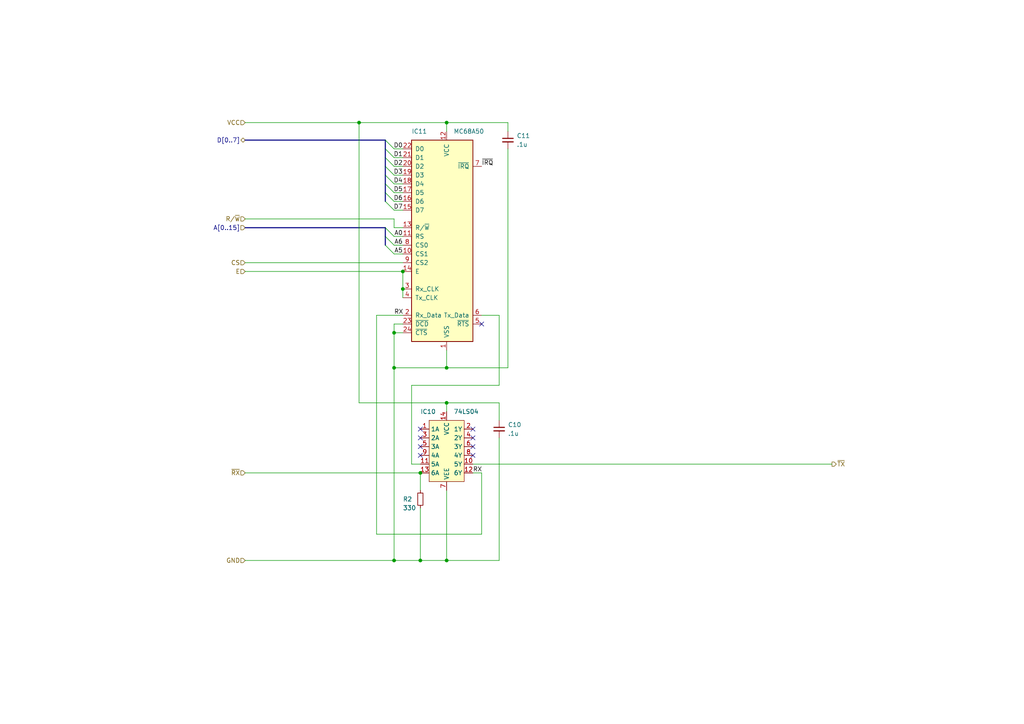
<source format=kicad_sch>
(kicad_sch (version 20211123) (generator eeschema)
  (paper "A4")
  (lib_symbols
    (symbol "Custom:74LS04"
      (property "Reference" "U" (at 0 0 0))
      (property "Value" "74LS04" (at 10.16 0 0))
      (symbol "74LS04_0_1"
        (rectangle (start 0 -2.54) (end 10.16 -20.32) (fill (type background)))
      )
      (symbol "74LS04_1_1"
        (pin input line (at -2.54 -5.08 0) (length 2.54) (name "1A") (number "1"))
        (pin input line (at 12.7 -15.24 180) (length 2.54) (name "5Y") (number "10"))
        (pin input line (at -2.54 -15.24 0) (length 2.54) (name "5A") (number "11"))
        (pin input line (at 12.7 -17.78 180) (length 2.54) (name "6Y") (number "12"))
        (pin input line (at -2.54 -17.78 0) (length 2.54) (name "6A") (number "13"))
        (pin input line (at 5.08 0 270) (length 2.54) (name "VCC") (number "14"))
        (pin input line (at 12.7 -5.08 180) (length 2.54) (name "1Y") (number "2"))
        (pin input line (at -2.54 -7.62 0) (length 2.54) (name "2A") (number "3"))
        (pin input line (at 12.7 -7.62 180) (length 2.54) (name "2Y") (number "4"))
        (pin input line (at -2.54 -10.16 0) (length 2.54) (name "3A") (number "5"))
        (pin input line (at 12.7 -10.16 180) (length 2.54) (name "3Y") (number "6"))
        (pin input line (at 5.08 -22.86 90) (length 2.54) (name "VEE") (number "7"))
        (pin input line (at 12.7 -12.7 180) (length 2.54) (name "4Y") (number "8"))
        (pin input line (at -2.54 -12.7 0) (length 2.54) (name "4A") (number "9"))
      )
    )
    (symbol "Device:C_Small" (pin_numbers hide) (pin_names (offset 0.254) hide)
      (property "Reference" "C" (at 0.254 1.778 0))
      (property "Value" "C_Small" (at 0.254 -2.032 0))
      (symbol "C_Small_0_1"
        (polyline (pts (xy -1.524 -0.508) (xy 1.524 -0.508)) (stroke (width 0.3302)))
        (polyline (pts (xy -1.524 0.508) (xy 1.524 0.508)) (stroke (width 0.3048)))
      )
      (symbol "C_Small_1_1"
        (pin passive line (at 0 2.54 270) (length 2.032) (name "~") (number "1"))
        (pin passive line (at 0 -2.54 90) (length 2.032) (name "~") (number "2"))
      )
    )
    (symbol "Device:R_Small" (pin_numbers hide) (pin_names (offset 0.254) hide)
      (property "Reference" "R" (at 0.762 0.508 0))
      (property "Value" "R_Small" (at 0.762 -1.016 0))
      (symbol "R_Small_0_1"
        (rectangle (start -0.762 1.778) (end 0.762 -1.778) (stroke (width 0.2032)))
      )
      (symbol "R_Small_1_1"
        (pin passive line (at 0 2.54 270) (length 0.762) (name "~") (number "1"))
        (pin passive line (at 0 -2.54 90) (length 0.762) (name "~") (number "2"))
      )
    )
    (symbol "Interface_UART:MC68A50" (pin_names (offset 1.016))
      (property "Reference" "U" (at -7.366 31.75 0))
      (property "Value" "MC68A50" (at 10.414 31.75 0))
      (symbol "MC68A50_1_1"
        (rectangle (start -10.16 -27.94) (end 7.62 30.48) (stroke (width 0.254)) (fill (type background)))
        (pin power_in line (at 0 -30.48 90) (length 2.54) (name "VSS") (number "1"))
        (pin input line (at -12.7 -2.54 0) (length 2.54) (name "CS1") (number "10"))
        (pin input line (at -12.7 2.54 0) (length 2.54) (name "RS") (number "11"))
        (pin power_in line (at 0 33.02 270) (length 2.54) (name "VCC") (number "12"))
        (pin input line (at -12.7 5.08 0) (length 2.54) (name "R/~{W}") (number "13"))
        (pin input line (at -12.7 -7.62 0) (length 2.54) (name "E") (number "14"))
        (pin bidirectional line (at -12.7 10.16 0) (length 2.54) (name "D7") (number "15"))
        (pin bidirectional line (at -12.7 12.7 0) (length 2.54) (name "D6") (number "16"))
        (pin bidirectional line (at -12.7 15.24 0) (length 2.54) (name "D5") (number "17"))
        (pin bidirectional line (at -12.7 17.78 0) (length 2.54) (name "D4") (number "18"))
        (pin bidirectional line (at -12.7 20.32 0) (length 2.54) (name "D3") (number "19"))
        (pin input line (at -12.7 -20.32 0) (length 2.54) (name "Rx_Data") (number "2"))
        (pin bidirectional line (at -12.7 22.86 0) (length 2.54) (name "D2") (number "20"))
        (pin bidirectional line (at -12.7 25.4 0) (length 2.54) (name "D1") (number "21"))
        (pin bidirectional line (at -12.7 27.94 0) (length 2.54) (name "D0") (number "22"))
        (pin input line (at -12.7 -22.86 0) (length 2.54) (name "~{DCD}") (number "23"))
        (pin input line (at -12.7 -25.4 0) (length 2.54) (name "~{CTS}") (number "24"))
        (pin input line (at -12.7 -12.7 0) (length 2.54) (name "Rx_CLK") (number "3"))
        (pin input line (at -12.7 -15.24 0) (length 2.54) (name "Tx_CLK") (number "4"))
        (pin output line (at 10.16 -22.86 180) (length 2.54) (name "~{RTS}") (number "5"))
        (pin output line (at 10.16 -20.32 180) (length 2.54) (name "Tx_Data") (number "6"))
        (pin output line (at 10.16 22.86 180) (length 2.54) (name "~{IRQ}") (number "7"))
        (pin input line (at -12.7 0 0) (length 2.54) (name "CS0") (number "8"))
        (pin input line (at -12.7 -5.08 0) (length 2.54) (name "CS2") (number "9"))
      )
    )
  )
  (junction (at 121.92 137.16))
  (junction (at 116.84 83.82))
  (junction (at 114.3 162.56))
  (junction (at 104.14 35.56))
  (junction (at 114.3 96.52))
  (junction (at 129.54 106.68))
  (junction (at 121.92 162.56))
  (junction (at 114.3 106.68))
  (junction (at 129.54 116.84))
  (junction (at 116.84 78.74))
  (junction (at 129.54 35.56))
  (junction (at 129.54 162.56))
  (no_connect (at 139.7 93.98))
  (no_connect (at 137.16 124.46))
  (no_connect (at 121.92 124.46))
  (no_connect (at 137.16 127))
  (no_connect (at 137.16 129.54))
  (no_connect (at 137.16 132.08))
  (no_connect (at 121.92 132.08))
  (no_connect (at 121.92 129.54))
  (no_connect (at 121.92 127))
  (bus_entry (at 111.76 48.26) (size 2.54 2.54))
  (bus_entry (at 111.76 50.8) (size 2.54 2.54))
  (bus_entry (at 111.76 40.64) (size 2.54 2.54))
  (bus_entry (at 111.76 43.18) (size 2.54 2.54))
  (bus_entry (at 111.76 45.72) (size 2.54 2.54))
  (bus_entry (at 111.76 55.88) (size 2.54 2.54))
  (bus_entry (at 111.76 53.34) (size 2.54 2.54))
  (bus_entry (at 111.76 58.42) (size 2.54 2.54))
  (bus_entry (at 111.76 66.04) (size 2.54 2.54))
  (bus_entry (at 111.76 68.58) (size 2.54 2.54))
  (bus_entry (at 111.76 71.12) (size 2.54 2.54))
  (bus (pts (xy 71.12 40.64) (xy 111.76 40.64)))
  (wire (pts (xy 144.78 91.44) (xy 144.78 111.76)))
  (bus (pts (xy 111.76 40.64) (xy 111.76 43.18)))
  (wire (pts (xy 104.14 35.56) (xy 104.14 116.84)))
  (wire (pts (xy 114.3 63.5) (xy 114.3 66.04)))
  (wire (pts (xy 147.32 38.1) (xy 147.32 35.56)))
  (wire (pts (xy 114.3 106.68) (xy 129.54 106.68)))
  (bus (pts (xy 111.76 43.18) (xy 111.76 45.72)))
  (wire (pts (xy 71.12 63.5) (xy 114.3 63.5)))
  (wire (pts (xy 114.3 68.58) (xy 116.84 68.58)))
  (wire (pts (xy 104.14 35.56) (xy 129.54 35.56)))
  (wire (pts (xy 129.54 142.24) (xy 129.54 162.56)))
  (wire (pts (xy 139.7 137.16) (xy 137.16 137.16)))
  (bus (pts (xy 111.76 66.04) (xy 111.76 68.58)))
  (wire (pts (xy 109.22 91.44) (xy 109.22 154.94)))
  (wire (pts (xy 129.54 106.68) (xy 129.54 101.6)))
  (wire (pts (xy 144.78 116.84) (xy 144.78 121.92)))
  (wire (pts (xy 129.54 116.84) (xy 144.78 116.84)))
  (wire (pts (xy 139.7 137.16) (xy 139.7 154.94)))
  (wire (pts (xy 114.3 45.72) (xy 116.84 45.72)))
  (wire (pts (xy 71.12 35.56) (xy 104.14 35.56)))
  (wire (pts (xy 147.32 106.68) (xy 129.54 106.68)))
  (wire (pts (xy 114.3 106.68) (xy 114.3 162.56)))
  (wire (pts (xy 114.3 48.26) (xy 116.84 48.26)))
  (wire (pts (xy 119.38 134.62) (xy 121.92 134.62)))
  (wire (pts (xy 114.3 66.04) (xy 116.84 66.04)))
  (bus (pts (xy 111.76 50.8) (xy 111.76 53.34)))
  (wire (pts (xy 71.12 162.56) (xy 114.3 162.56)))
  (wire (pts (xy 114.3 43.18) (xy 116.84 43.18)))
  (wire (pts (xy 137.16 134.62) (xy 241.3 134.62)))
  (wire (pts (xy 144.78 127) (xy 144.78 162.56)))
  (bus (pts (xy 111.76 48.26) (xy 111.76 50.8)))
  (wire (pts (xy 121.92 162.56) (xy 129.54 162.56)))
  (wire (pts (xy 114.3 96.52) (xy 116.84 96.52)))
  (wire (pts (xy 109.22 91.44) (xy 116.84 91.44)))
  (bus (pts (xy 71.12 66.04) (xy 111.76 66.04)))
  (wire (pts (xy 114.3 53.34) (xy 116.84 53.34)))
  (wire (pts (xy 119.38 111.76) (xy 119.38 134.62)))
  (wire (pts (xy 129.54 35.56) (xy 147.32 35.56)))
  (bus (pts (xy 111.76 45.72) (xy 111.76 48.26)))
  (bus (pts (xy 111.76 68.58) (xy 111.76 71.12)))
  (wire (pts (xy 114.3 55.88) (xy 116.84 55.88)))
  (wire (pts (xy 114.3 93.98) (xy 114.3 96.52)))
  (wire (pts (xy 147.32 43.18) (xy 147.32 106.68)))
  (wire (pts (xy 114.3 73.66) (xy 116.84 73.66)))
  (bus (pts (xy 111.76 55.88) (xy 111.76 58.42)))
  (wire (pts (xy 139.7 91.44) (xy 144.78 91.44)))
  (wire (pts (xy 71.12 78.74) (xy 116.84 78.74)))
  (wire (pts (xy 116.84 83.82) (xy 116.84 86.36)))
  (wire (pts (xy 104.14 116.84) (xy 129.54 116.84)))
  (wire (pts (xy 121.92 162.56) (xy 114.3 162.56)))
  (wire (pts (xy 119.38 111.76) (xy 144.78 111.76)))
  (wire (pts (xy 114.3 58.42) (xy 116.84 58.42)))
  (wire (pts (xy 129.54 116.84) (xy 129.54 119.38)))
  (bus (pts (xy 111.76 53.34) (xy 111.76 55.88)))
  (wire (pts (xy 114.3 50.8) (xy 116.84 50.8)))
  (wire (pts (xy 114.3 93.98) (xy 116.84 93.98)))
  (wire (pts (xy 121.92 147.32) (xy 121.92 162.56)))
  (wire (pts (xy 71.12 76.2) (xy 116.84 76.2)))
  (wire (pts (xy 114.3 60.96) (xy 116.84 60.96)))
  (wire (pts (xy 129.54 162.56) (xy 144.78 162.56)))
  (wire (pts (xy 121.92 137.16) (xy 121.92 142.24)))
  (wire (pts (xy 116.84 78.74) (xy 116.84 83.82)))
  (wire (pts (xy 114.3 96.52) (xy 114.3 106.68)))
  (wire (pts (xy 129.54 35.56) (xy 129.54 38.1)))
  (wire (pts (xy 114.3 71.12) (xy 116.84 71.12)))
  (wire (pts (xy 109.22 154.94) (xy 139.7 154.94)))
  (wire (pts (xy 71.12 137.16) (xy 121.92 137.16)))
  (label "RX" (at 137.16 137.16 0))
  (label "A6" (at 116.84 71.12 180))
  (label "~{IRQ}" (at 139.7 48.26 0))
  (label "D7" (at 116.84 60.96 180))
  (label "D3" (at 116.84 50.8 180))
  (label "D5" (at 116.84 55.88 180))
  (label "D0" (at 116.84 43.18 180))
  (label "A0" (at 116.84 68.58 180))
  (label "D6" (at 116.84 58.42 180))
  (label "D1" (at 116.84 45.72 180))
  (label "RX" (at 114.3 91.44 0))
  (label "D4" (at 116.84 53.34 180))
  (label "A5" (at 116.84 73.66 180))
  (label "D2" (at 116.84 48.26 180))
  (hierarchical_label "R{slash}~{W}" (shape input) (at 71.12 63.5 180))
  (hierarchical_label "VCC" (shape input) (at 71.12 35.56 180))
  (hierarchical_label "GND" (shape input) (at 71.12 162.56 180))
  (hierarchical_label "A[0..15]" (shape input) (at 71.12 66.04 180))
  (hierarchical_label "~{TX}" (shape output) (at 241.3 134.62 0))
  (hierarchical_label "CS" (shape input) (at 71.12 76.2 180))
  (hierarchical_label "E" (shape input) (at 71.12 78.74 180))
  (hierarchical_label "D[0..7]" (shape bidirectional) (at 71.12 40.64 180))
  (hierarchical_label "~{RX}" (shape input) (at 71.12 137.16 180))
  (symbol (lib_id "Interface_UART:MC68A50") (at 129.54 71.12 0) (unit 1)
    (property "Reference" "IC11" (at 119.38 38.1 0) (effects (justify left)))
    (property "Value" "MC68A50" (at 131.5594 38.1 0) (effects (justify left)))
    (property "Footprint" "Package_DIP:DIP-40_W15.24mm" (effects hide))
    (property "Datasheet" "http://pdf.datasheetcatalog.com/datasheet/motorola/MC6850.pdf" (effects hide))
  )
  (symbol (lib_id "Device:C_Small") (at 147.32 40.64 0) (unit 1)
    (property "Reference" "C11" (at 149.86 39.3762 0) (effects (justify left)))
    (property "Value" ".1u" (at 149.86 41.9162 0) (effects (justify left)))
  )
  (symbol (lib_id "Device:C_Small") (at 144.78 124.46 0) (unit 1)
    (property "Reference" "C10" (at 147.32 123.1962 0) (effects (justify left)))
    (property "Value" ".1u" (at 147.32 125.7362 0) (effects (justify left)))
  )
  (symbol (lib_id "Custom:74LS04") (at 124.46 119.38 0) (unit 1)
    (property "Reference" "IC10" (at 121.92 119.38 0) (effects (justify left)))
    (property "Value" "74LS04" (at 131.5594 119.38 0) (effects (justify left)))
  )
  (symbol (lib_id "Device:R_Small") (at 121.92 144.78 0) (unit 1)
    (property "Reference" "R2" (at 116.84 144.78 0) (effects (justify left)))
    (property "Value" "330" (at 116.84 147.32 0) (effects (justify left)))
  )
)
</source>
